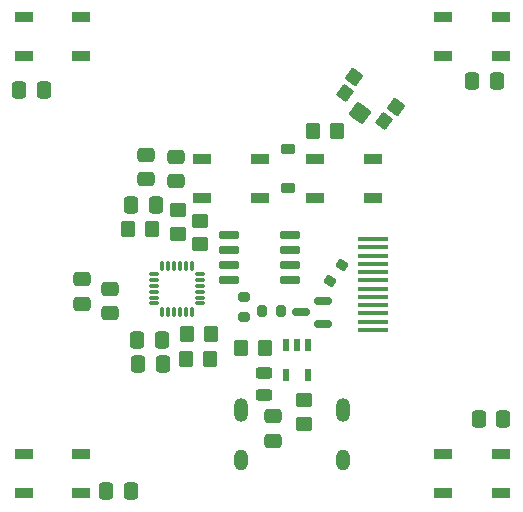
<source format=gbr>
%TF.GenerationSoftware,KiCad,Pcbnew,8.0.1*%
%TF.CreationDate,2024-05-06T20:31:10+02:00*%
%TF.ProjectId,smartknob,736d6172-746b-46e6-9f62-2e6b69636164,rev?*%
%TF.SameCoordinates,Original*%
%TF.FileFunction,Paste,Bot*%
%TF.FilePolarity,Positive*%
%FSLAX46Y46*%
G04 Gerber Fmt 4.6, Leading zero omitted, Abs format (unit mm)*
G04 Created by KiCad (PCBNEW 8.0.1) date 2024-05-06 20:31:10*
%MOMM*%
%LPD*%
G01*
G04 APERTURE LIST*
G04 Aperture macros list*
%AMRoundRect*
0 Rectangle with rounded corners*
0 $1 Rounding radius*
0 $2 $3 $4 $5 $6 $7 $8 $9 X,Y pos of 4 corners*
0 Add a 4 corners polygon primitive as box body*
4,1,4,$2,$3,$4,$5,$6,$7,$8,$9,$2,$3,0*
0 Add four circle primitives for the rounded corners*
1,1,$1+$1,$2,$3*
1,1,$1+$1,$4,$5*
1,1,$1+$1,$6,$7*
1,1,$1+$1,$8,$9*
0 Add four rect primitives between the rounded corners*
20,1,$1+$1,$2,$3,$4,$5,0*
20,1,$1+$1,$4,$5,$6,$7,0*
20,1,$1+$1,$6,$7,$8,$9,0*
20,1,$1+$1,$8,$9,$2,$3,0*%
G04 Aperture macros list end*
%ADD10O,1.200000X2.000000*%
%ADD11O,1.200000X1.800000*%
%ADD12RoundRect,0.250000X-0.350000X-0.450000X0.350000X-0.450000X0.350000X0.450000X-0.350000X0.450000X0*%
%ADD13RoundRect,0.250000X-0.337500X-0.475000X0.337500X-0.475000X0.337500X0.475000X-0.337500X0.475000X0*%
%ADD14RoundRect,0.250000X0.337500X0.475000X-0.337500X0.475000X-0.337500X-0.475000X0.337500X-0.475000X0*%
%ADD15R,2.500000X0.350000*%
%ADD16RoundRect,0.200000X-0.200000X-0.275000X0.200000X-0.275000X0.200000X0.275000X-0.200000X0.275000X0*%
%ADD17R,1.500000X0.900000*%
%ADD18RoundRect,0.250000X-0.475000X0.337500X-0.475000X-0.337500X0.475000X-0.337500X0.475000X0.337500X0*%
%ADD19RoundRect,0.250000X-0.450000X0.350000X-0.450000X-0.350000X0.450000X-0.350000X0.450000X0.350000X0*%
%ADD20RoundRect,0.150000X0.587500X0.150000X-0.587500X0.150000X-0.587500X-0.150000X0.587500X-0.150000X0*%
%ADD21RoundRect,0.250000X0.350000X0.450000X-0.350000X0.450000X-0.350000X-0.450000X0.350000X-0.450000X0*%
%ADD22RoundRect,0.165000X-0.567158X-0.125625X0.055785X-0.578220X0.567158X0.125625X-0.055785X0.578220X0*%
%ADD23RoundRect,0.180000X-0.586657X-0.092917X0.092917X-0.586657X0.586657X0.092917X-0.092917X0.586657X0*%
%ADD24RoundRect,0.210000X-0.724884X-0.079014X0.148854X-0.713822X0.724884X0.079014X-0.148854X0.713822X0*%
%ADD25R,0.600000X1.000000*%
%ADD26RoundRect,0.250000X0.475000X-0.337500X0.475000X0.337500X-0.475000X0.337500X-0.475000X-0.337500X0*%
%ADD27RoundRect,0.075000X-0.350000X-0.075000X0.350000X-0.075000X0.350000X0.075000X-0.350000X0.075000X0*%
%ADD28RoundRect,0.075000X-0.075000X0.350000X-0.075000X-0.350000X0.075000X-0.350000X0.075000X0.350000X0*%
%ADD29RoundRect,0.200000X-0.275000X0.200000X-0.275000X-0.200000X0.275000X-0.200000X0.275000X0.200000X0*%
%ADD30RoundRect,0.243750X-0.456250X0.243750X-0.456250X-0.243750X0.456250X-0.243750X0.456250X0.243750X0*%
%ADD31RoundRect,0.200000X0.110552X-0.321564X0.339982X0.006097X-0.110552X0.321564X-0.339982X-0.006097X0*%
%ADD32RoundRect,0.150000X0.725000X0.150000X-0.725000X0.150000X-0.725000X-0.150000X0.725000X-0.150000X0*%
%ADD33RoundRect,0.225000X0.375000X-0.225000X0.375000X0.225000X-0.375000X0.225000X-0.375000X-0.225000X0*%
G04 APERTURE END LIST*
D10*
%TO.C,U3*%
X112425000Y-92645500D03*
D11*
X112425000Y-96845500D03*
D10*
X121075000Y-92645500D03*
D11*
X121075000Y-96845500D03*
%TD*%
D12*
%TO.C,R21*%
X118600000Y-69000000D03*
X120600000Y-69000000D03*
%TD*%
D13*
%TO.C,C11*%
X103162500Y-75300000D03*
X105237500Y-75300000D03*
%TD*%
D14*
%TO.C,C16*%
X134675000Y-93400000D03*
X132600000Y-93400000D03*
%TD*%
D12*
%TO.C,R12*%
X112460000Y-87400000D03*
X114460000Y-87400000D03*
%TD*%
D15*
%TO.C,U5*%
X123675000Y-78150000D03*
X123675000Y-78850000D03*
X123675000Y-79550000D03*
X123675000Y-80250000D03*
X123675000Y-80950000D03*
X123675000Y-81650000D03*
X123675000Y-82350000D03*
X123675000Y-83050000D03*
X123675000Y-83750000D03*
X123675000Y-84450000D03*
X123675000Y-85150000D03*
X123675000Y-85850000D03*
%TD*%
D16*
%TO.C,R16*%
X114200000Y-84200000D03*
X115850000Y-84200000D03*
%TD*%
D17*
%TO.C,D8*%
X134450000Y-59350000D03*
X134450000Y-62650000D03*
X129550000Y-62650000D03*
X129550000Y-59350000D03*
%TD*%
%TO.C,D2*%
X109150000Y-74650000D03*
X109150000Y-71350000D03*
X114050000Y-71350000D03*
X114050000Y-74650000D03*
%TD*%
%TO.C,D6*%
X98950000Y-96350000D03*
X98950000Y-99650000D03*
X94050000Y-99650000D03*
X94050000Y-96350000D03*
%TD*%
D14*
%TO.C,C17*%
X95775000Y-65500000D03*
X93700000Y-65500000D03*
%TD*%
D18*
%TO.C,C3*%
X115200000Y-93162500D03*
X115200000Y-95237500D03*
%TD*%
D13*
%TO.C,C10*%
X103662500Y-86700000D03*
X105737500Y-86700000D03*
%TD*%
D18*
%TO.C,C8*%
X99000000Y-81562500D03*
X99000000Y-83637500D03*
%TD*%
D19*
%TO.C,R13*%
X117800000Y-91800000D03*
X117800000Y-93800000D03*
%TD*%
D18*
%TO.C,C9*%
X101400000Y-82362500D03*
X101400000Y-84437500D03*
%TD*%
D20*
%TO.C,Q1*%
X119400000Y-83400000D03*
X119400000Y-85300000D03*
X117525000Y-84350000D03*
%TD*%
D21*
%TO.C,R14*%
X104900000Y-77300000D03*
X102900000Y-77300000D03*
%TD*%
D22*
%TO.C,SW2*%
X121246640Y-65774433D03*
X124563608Y-68184353D03*
D23*
X122065743Y-64391839D03*
D24*
X122537758Y-67485029D03*
D23*
X125625418Y-66978094D03*
%TD*%
D19*
%TO.C,R2*%
X109000000Y-76600000D03*
X109000000Y-78600000D03*
%TD*%
D25*
%TO.C,U4*%
X116250000Y-87100000D03*
X117200000Y-87100000D03*
X118150000Y-87100000D03*
X118150000Y-89700000D03*
X116250000Y-89700000D03*
%TD*%
D26*
%TO.C,C13*%
X107000000Y-73237500D03*
X107000000Y-71162500D03*
%TD*%
D21*
%TO.C,R11*%
X109800000Y-88300000D03*
X107800000Y-88300000D03*
%TD*%
D17*
%TO.C,D5*%
X94050000Y-62650000D03*
X94050000Y-59350000D03*
X98950000Y-59350000D03*
X98950000Y-62650000D03*
%TD*%
D27*
%TO.C,U8*%
X105100000Y-83600000D03*
X105100000Y-83100000D03*
X105100000Y-82600000D03*
X105100000Y-82100000D03*
X105100000Y-81600000D03*
X105100000Y-81100000D03*
D28*
X105800000Y-80400000D03*
X106300000Y-80400000D03*
X106800000Y-80400000D03*
X107300000Y-80400000D03*
X107800000Y-80400000D03*
X108300000Y-80400000D03*
D27*
X109000000Y-81100000D03*
X109000000Y-81600000D03*
X109000000Y-82100000D03*
X109000000Y-82600000D03*
X109000000Y-83100000D03*
X109000000Y-83600000D03*
D28*
X108300000Y-84300000D03*
X107800000Y-84300000D03*
X107300000Y-84300000D03*
X106800000Y-84300000D03*
X106300000Y-84300000D03*
X105800000Y-84300000D03*
%TD*%
D13*
%TO.C,C5*%
X103762500Y-88700000D03*
X105837500Y-88700000D03*
%TD*%
D29*
%TO.C,R17*%
X112700000Y-83075000D03*
X112700000Y-84725000D03*
%TD*%
D26*
%TO.C,C12*%
X104400000Y-73075000D03*
X104400000Y-71000000D03*
%TD*%
D17*
%TO.C,D1*%
X118700000Y-74650000D03*
X118700000Y-71350000D03*
X123600000Y-71350000D03*
X123600000Y-74650000D03*
%TD*%
D14*
%TO.C,C15*%
X103137500Y-99500000D03*
X101062500Y-99500000D03*
%TD*%
D21*
%TO.C,R10*%
X109900000Y-86200000D03*
X107900000Y-86200000D03*
%TD*%
D19*
%TO.C,R3*%
X107100000Y-75700000D03*
X107100000Y-77700000D03*
%TD*%
D30*
%TO.C,D3*%
X114420000Y-89482500D03*
X114420000Y-91357500D03*
%TD*%
D17*
%TO.C,D7*%
X134450000Y-96350000D03*
X134450000Y-99650000D03*
X129550000Y-99650000D03*
X129550000Y-96350000D03*
%TD*%
D13*
%TO.C,C14*%
X132062500Y-64800000D03*
X134137500Y-64800000D03*
%TD*%
D31*
%TO.C,R18*%
X120026799Y-81675800D03*
X120973201Y-80324200D03*
%TD*%
D32*
%TO.C,U6*%
X116600000Y-77790000D03*
X116600000Y-79060000D03*
X116600000Y-80330000D03*
X116600000Y-81600000D03*
X111450000Y-81600000D03*
X111450000Y-80330000D03*
X111450000Y-79060000D03*
X111450000Y-77790000D03*
%TD*%
D33*
%TO.C,D4*%
X116400000Y-73850000D03*
X116400000Y-70550000D03*
%TD*%
M02*

</source>
